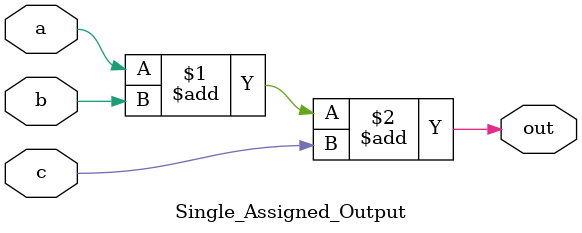
<source format=v>
module Single_Assigned_Output(input wire a,b,c, output wire out);
  assign out = a+b+c;
endmodule

</source>
